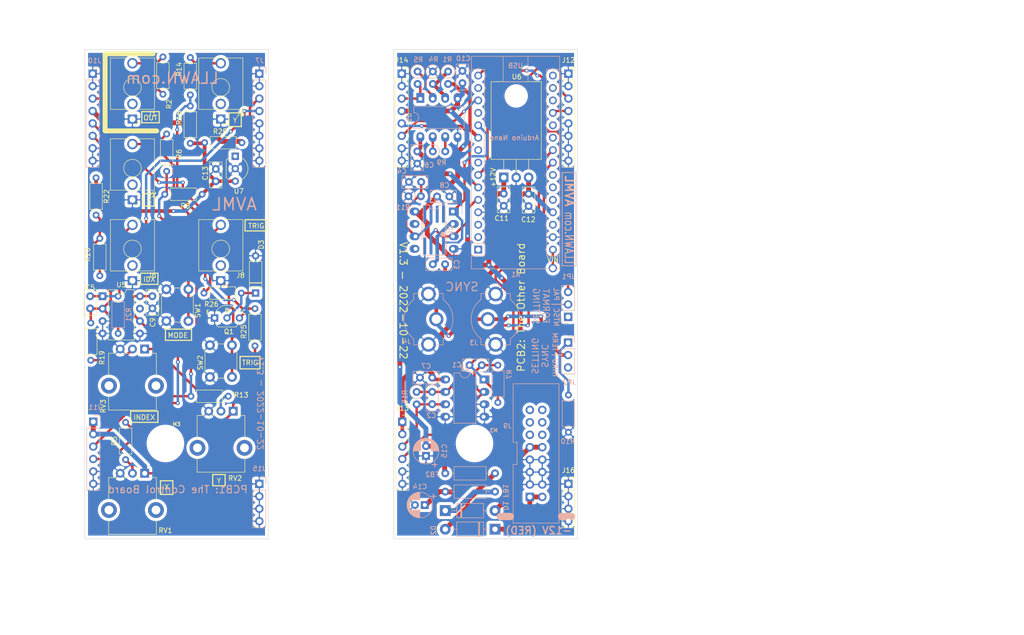
<source format=kicad_pcb>
(kicad_pcb (version 20221018) (generator pcbnew)
  (title_block (title "AVML: PCB1 & PCB2") (date "2022-10-22") (rev "V1.3") (company "LLAWN") (comment 1 "LLAWN.com"))
  (layers (0 "F.Cu" signal) (31 "B.Cu" signal) (34 "B.Paste" user) (35 "F.Paste" user) (36 "B.SilkS" user "B.Silkscreen") (37 "F.SilkS" user "F.Silkscreen") (38 "B.Mask" user) (39 "F.Mask" user) (44 "Edge.Cuts" user))
  (net 0 "")
  (net 1 "Net-(A1-Pad1)")
  (net 2 "Net-(A1-Pad17)")
  (net 3 "Net-(A1-Pad2)")
  (net 4 "Net-(A1-Pad18)")
  (net 5 "Net-(A1-Pad3)")
  (net 6 "/INDEX_CV_BACK")
  (net 7 "GND2")
  (net 8 "Net-(A1-Pad20)")
  (net 9 "/V_SYNC")
  (net 10 "Net-(A1-Pad21)")
  (net 11 "/MODE_SWITCH_BACK")
  (net 12 "/X_CV")
  (net 13 "/TRIGGER_SWITCH_BACK")
  (net 14 "/Y_CV")
  (net 15 "Net-(A1-Pad8)")
  (net 16 "Net-(A1-Pad24)")
  (net 17 "Net-(A1-Pad9)")
  (net 18 "Net-(A1-Pad25)")
  (net 19 "/VIDEO")
  (net 20 "Net-(A1-Pad26)")
  (net 21 "/C_SYNC")
  (net 22 "+5V")
  (net 23 "Net-(A1-Pad12)")
  (net 24 "/TRIGGER_CV_BACK")
  (net 25 "Net-(A1-Pad14)")
  (net 26 "Net-(A1-Pad30)")
  (net 27 "Net-(A1-Pad15)")
  (net 28 "Net-(A1-Pad16)")
  (net 29 "/X_CV_PRE_BACK")
  (net 30 "/Y_CV_PRE_BACK")
  (net 31 "Net-(C3-Pad1)")
  (net 32 "Net-(C3-Pad2)")
  (net 33 "Net-(C4-Pad1)")
  (net 34 "/INDEX_CV_FRONT")
  (net 35 "Net-(C5-Pad2)")
  (net 36 "+12V")
  (net 37 "+5VA")
  (net 38 "GND1")
  (net 39 "-12V")
  (net 40 "-5V")
  (net 41 "Net-(D1-Pad1)")
  (net 42 "Net-(D1-Pad2)")
  (net 43 "Net-(D2-Pad1)")
  (net 44 "Net-(D2-Pad2)")
  (net 45 "Net-(D3-Pad1)")
  (net 46 "Net-(J1-PadTN)")
  (net 47 "Net-(J1-PadT)")
  (net 48 "Net-(J2-PadTN)")
  (net 49 "Net-(J2-PadT)")
  (net 50 "Net-(J5-PadTN)")
  (net 51 "Net-(J5-PadT)")
  (net 52 "Net-(J6-PadTN)")
  (net 53 "Net-(J6-PadT)")
  (net 54 "/TRIGGER_SWITCH_FRONT")
  (net 55 "Net-(J8-PadTN)")
  (net 56 "Net-(J8-PadT)")
  (net 57 "Net-(J9-Pad11)")
  (net 58 "Net-(J9-Pad13)")
  (net 59 "Net-(J9-Pad15)")
  (net 60 "/VIDEO_OUT_POST_FRONT")
  (net 61 "VEE")
  (net 62 "/MODE_SWITCH_FRONT")
  (net 63 "/TRIGGER_CV_FRONT")
  (net 64 "/Y_CV_PRE_FRONT")
  (net 65 "/X_CV_PRE_FRONT")
  (net 66 "/VIDEO_OUT_POST_BACK")
  (net 67 "Net-(JP1-Pad1)")
  (net 68 "Net-(JP2-Pad1)")
  (net 69 "Net-(JP2-Pad3)")
  (net 70 "Net-(R1-Pad1)")
  (net 71 "Net-(R3-Pad2)")
  (net 72 "Net-(R5-Pad1)")
  (net 73 "Net-(R9-Pad1)")
  (net 74 "Net-(R9-Pad2)")
  (net 75 "Net-(R13-Pad2)")
  (net 76 "Net-(R19-Pad2)")
  (net 77 "Net-(U3-Pad5)")
  (net 78 "Net-(U3-Pad7)")
  (net 79 "Net-(U5-Pad7)")
  (net 80 "Net-(U4-Pad7)")
  (net 81 "Net-(U4-Pad5)")
  (net 82 "Net-(J9-Pad16)")
  (net 83 "Net-(J9-Pad14)")
  (net 84 "Net-(J9-Pad12)")
  (net 85 "Net-(A1-Pad28)")
  (footprint "jwm_kicad_footprints_misc:R_Axial_P7.62mm_Horizontal_LZX" (layer "F.Cu") (at 39.624 89.154 -90)
    (fp_text reference "R19")
    (fp_text value "100K")
  )
  (footprint "jwm_kicad_footprints_misc:R_Axial_P7.62mm_Horizontal_LZX" (layer "F.Cu") (at 60.071 104.14)
    (fp_text reference "R13")
    (fp_text value "100K")
  )
  (footprint "jwm_kicad_footprints_misc:R_Axial_P7.62mm_Horizontal_LZX" (layer "F.Cu") (at 70.358 83.058 180)
    (fp_text reference "R26")
    (fp_text value "100K")
  )
  (footprint "jwm_kicad_footprints_misc:R_Axial_P7.62mm_Horizontal_LZX" (layer "F.Cu") (at 73.152 86.233 -90)
    (fp_text reference "R25")
    (fp_text value "10K")
  )
  (footprint "jwm_kicad_footprints_misc:R_Axial_P7.62mm_Horizontal_LZX" (layer "F.Cu") (at 46.736 109.474 -90)
    (fp_text reference "R3")
    (fp_text value "100K")
  )
  (footprint "jwm_kicad_footprints_misc:R_Axial_P7.62mm_Horizontal_LZX" (layer "F.Cu") (at 40.7035 59.4995 -90)
    (fp_text reference "R22")
    (fp_text value "100K")
  )
  (footprint "jwm_kicad_footprints_misc:R_Axial_P7.62mm_Horizontal_LZX" (layer "F.Cu") (at 54.737 62.865)
    (fp_text reference "R8")
    (fp_text value "100K")
  )
  (footprint "jwm_kicad_footprints_misc:R_Axial_P7.62mm_Horizontal_LZX" (layer "F.Cu") (at 55.118 58.166 90)
    (fp_text reference "R6")
    (fp_text value "100K")
  )
  (footprint "jwm_kicad_footprints_misc:R_Axial_P7.62mm_Horizontal_LZX" (layer "F.Cu") (at 70.485 52.324 180)
    (fp_text reference "R28")
    (fp_text value "10K")
  )
  (footprint "jwm_kicad_footprints_misc:R_Axial_P7.62mm_Horizontal_LZX" (layer "F.Cu") (at 59.944 42.545 90)
    (fp_text reference "R14")
    (fp_text value "100K")
  )
  (footprint "jwm_kicad_footprints_misc:R_Axial_P7.62mm_Horizontal_LZX" (layer "F.Cu") (at 59.944 44.831 -90)
    (fp_text reference "R16")
    (fp_text value "100K")
  )
  (footprint "jwm_kicad_footprints_misc:R_Axial_P7.62mm_Horizontal_LZX" (layer "F.Cu") (at 54.356 34.798 -90)
    (fp_text reference "R2")
    (fp_text value "499R")
  )
  (footprint "jwm_kicad_footprints_misc:C_Disc_D5.0mm_W2.5mm_P2.50mm_LZX" (layer "F.Cu") (at 39.497 83.693 -90)
    (fp_text reference "C5")
    (fp_text value "10nf" hide)
  )
  (footprint "jwm_kicad_footprints_misc:D_P7.62mm_Horizontal_LZX" (layer "F.Cu") (at 73.279 83.058 90)
    (fp_text reference "D3")
    (fp_text value "1N4148" hide)
  )
  (footprint "Package_TO_SOT_THT:TO-92_Inline_Wide" (layer "F.Cu") (at 69.127 55.103 -90)
    (fp_text reference "U7")
    (fp_text value "LM4040LP-5")
  )
  (footprint "Package_DIP:DIP-8_W7.62mm" (layer "F.Cu") (at 42.037 83.693)
    (fp_text reference "U5")
    (fp_text value "MCP6002-xP")
  )
  (footprint "Button_Switch_THT:SW_PUSH_6mm_H7.3mm" (layer "F.Cu") (at 63.953 100.203 90)
    (fp_text reference "SW2")
    (fp_text value "Button_Trigger")
  )
  (footprint "Button_Switch_THT:SW_PUSH_6mm_H7.3mm" (layer "F.Cu") (at 55.063 88.773 90)
    (fp_text reference "SW1")
    (fp_text value "Button_Mode")
  )
  (footprint "Potentiometer_THT:Potentiometer_Alpha_RD901F-40-00D_Single_Vertical_CircularHoles" (layer "F.Cu") (at 50.633 94.488 -90)
    (fp_text reference "RV3")
    (fp_text value "B10K (INDEX)")
  )
  (footprint "Potentiometer_THT:Potentiometer_Alpha_RD901F-40-00D_Single_Vertical_CircularHoles" (layer "F.Cu") (at 68.707 107.188 -90)
    (fp_text reference "RV2")
    (fp_text value "B10K (Y)")
  )
  (footprint "Potentiometer_THT:Potentiometer_Alpha_RD901F-40-00D_Single_Vertical_CircularHoles" (layer "F.Cu") (at 50.633 119.888 -90)
    (fp_text reference "RV1")
    (fp_text value "B10K (X)")
  )
  (footprint "Package_TO_SOT_THT:TO-92_Inline_Wide" (layer "F.Cu") (at 64.897 88.138)
    (fp_text reference "Q1")
    (fp_text value "2N3904")
  )
  (footprint "jwm_kicad_footprints_misc:Jack_3.5mm_QingPu_WQP-PJ398SM_Vertical_CircularHoles_With3DModel" (layer "F.Cu") (at 66.167 80.518 180)
    (fp_text reference "J8")
    (fp_text value "Jack_Trigger")
  )
  (footprint "jwm_kicad_footprints_misc:Jack_3.5mm_QingPu_WQP-PJ398SM_Vertical_CircularHoles_With3DModel" (layer "F.Cu") (at 48.133 80.518 180)
    (fp_text reference "J6")
    (fp_text value "Jack_Index_CV")
  )
  (footprint "jwm_kicad_footprints_misc:Jack_3.5mm_QingPu_WQP-PJ398SM_Vertical_CircularHoles_With3DModel" (layer "F.Cu") (at 66.167 47.498 180)
    (fp_text reference "J5")
    (fp_text value "Jack_Y_CV")
  )
  (footprint "jwm_kicad_footprints_misc:Jack_3.5mm_QingPu_WQP-PJ398SM_Vertical_CircularHoles_With3DModel" (layer "F.Cu") (at 48.133 64.008 180)
    (fp_text reference "J2")
    (fp_text value "Jack_X_CV")
  )
  (footprint "jwm_kicad_footprints_misc:Jack_3.5mm_QingPu_WQP-PJ398SM_Vertical_CircularHoles_With3DModel" (layer "F.Cu") (at 48.133 47.498 180)
    (fp_text reference "J1")
    (fp_text value "Video_Output")
  )
  (footprint "jwm_kicad_footprints_misc:C_Disc_D5.0mm_W2.5mm_P2.50mm_LZX" (layer "F.Cu") (at 65.151 60.198 90)
    (fp_text reference "C13")
    (fp_text value "470nF" hide)
  )
  (footprint "jwm_kicad_footprints_misc:C_Disc_D5.0mm_W2.5mm_P2.50mm_LZX" (layer "F.Cu") (at 52.197 83.693 -90)
    (fp_text reference "C9")
    (fp_text value "100nF" hide)
  )
  (footprint "MountingHole:MountingHole_3.2mm_M3" (layer "F.Cu") (at 54.864 113.792)
    (fp_text reference "H1" hide)
    (fp_text value "MountingHole")
  )
  (footprint "Connector_PinSocket_2.54mm:PinSocket_1x08_P2.54mm_Vertical" (layer "F.Cu") (at 103.11638 38.227)
    (fp_text reference "J14")
    (fp_text value "Back_Conn_1")
  )
  (footprint "Connector_PinSocket_2.54mm:PinSocket_1x04_P2.54mm_Vertical" (layer "F.Cu") (at 137.15238 122.047)
    (fp_text reference "J16")
    (fp_text value "Back_Conn_4")
  )
  (footprint "Connector_Wire:SolderWire-0.5sqmm_1x01_D0.9mm_OD2.1mm" (layer "F.Cu") (at 133.97738 77.978)
    (fp_text reference "J17" hide)
    (fp_text value "VIN")
  )
  (footprint "Connector_PinSocket_2.54mm:PinSocket_1x06_P2.54mm_Vertical" (layer "F.Cu") (at 103.24338 109.347)
    (fp_text reference "J13")
    (fp_text value "Back_Conn_3")
  )
  (footprint "Connector_PinSocket_2.54mm:PinSocket_1x08_P2.54mm_Vertical" (layer "F.Cu") (at 137.15238 38.227)
    (fp_text reference "J12")
    (fp_text value "Back_Conn_2")
  )
  (footprint "jwm_kicad_footprints_misc:C_Disc_D5.0mm_W2.5mm_P2.50mm_LZX" (layer "F.Cu") (at 123.94438 62.738 -90)
    (fp_text reference "C11")
    (fp_text value "330nF" hide)
  )
  (footprint "jwm_kicad_footprints_misc:C_Disc_D5.0mm_W2.5mm_P2.50mm_LZX" (layer "F.Cu") (at 129.02438 62.778 -90)
    (fp_text reference "C12")
    (fp_text value "100nF" hide)
  )
  (footprint "Package_TO_SOT_THT:TO-220-3_Horizontal_TabDown" (layer "F.Cu") (at 123.95038 59.436)
    (fp_text reference "U6")
    (fp_text value "L7805")
  )
  (footprint "jwm_kicad_footprints_misc:R_Axial_P7.62mm_Horizontal_LZX" (layer "F.Cu") (at 41.4655 71.882 -90)
    (fp_text reference "R20")
    (fp_text value "100K" hide)
  )
  (footprint "Connector_PinHeader_2.54mm:PinHeader_1x04_P2.54mm_Vertical" (layer "B.Cu") (at 74.041 122.047 180)
    (fp_text reference "J15")
    (fp_text value "Front_Conn_4")
  )
  (footprint "Connector_PinHeader_2.54mm:PinHeader_1x08_P2.54mm_Vertical" (layer "B.Cu") (at 74.041 38.227 180)
    (fp_text reference "J7")
    (fp_text value "Front_Conn_2")
  )
  (footprint "Connector_PinHeader_2.54mm:PinHeader_1x08_P2.54mm_Vertical" (layer "B.Cu") (at 40.005 38.227 180)
    (fp_text reference "J10")
    (fp_text value "Front_Conn_1")
  )
  (footprint "Connector_PinHeader_2.54mm:PinHeader_1x06_P2.54mm_Vertical" (layer "B.Cu") (at 40.132 109.347 180)
    (fp_text reference "J11")
    (fp_text value "Front_Conn_3")
  )
  (footprint "jwm_kicad_footprints_misc:R_Axial_P7.62mm_Horizontal_LZX" (layer "B.Cu") (at 45.212 83.693 -90)
    (fp_text reference "R21")
    (fp_text value "100K" hide)
  )
  (footprint "MountingHole:MountingHole_3.2mm_M3" (layer "B.Cu") (at 117.97538 113.792 180)
    (fp_text reference "H2" hide)
    (fp_text value "MountingHole")
  )
  (footprint "jwm_kicad_footprints_misc:C_Disc_D5.0mm_W2.5mm_P2.50mm_LZX" (layer "B.Cu") (at 106.29138 54.102 -90)
    (fp_text reference "C6")
    (fp_text value "100nF" hide)
  )
  (footprint "Resistor_THT:R_Axial_DIN0207_L6.3mm_D2.5mm_P10.16mm_Horizontal" (layer "B.Cu") (at 112.00638 119.888)
    (fp_text reference "FB2")
    (fp_text value "68R")
  )
  (footprint "Resistor_THT:R_Axial_DIN0207_L6.3mm_D2.5mm_P10.16mm_Horizontal" (layer "B.Cu") (at 112.00638 123.6345)
    (fp_text reference "FB1")
    (fp_text value "68R")
  )
  (footprint "jwm_kicad_footprints_misc:Arduino_Nano_WithMFHeadersAnd3DModel" (layer "B.Cu") (at 118.73738 74.168)
    (fp_text reference "A1")
    (fp_text value "Arduino_Nano_v3.x")
  )
  (footprint "Diode_THT:D_DO-41_SOD81_P10.16mm_Horizontal" (layer "B.Cu") (at 122.16638 131.318 180)
    (fp_text reference "D2")
    (fp_text value "1N4001")
  )
  (footprint "Diode_THT:D_DO-41_SOD81_P10.16mm_Horizontal" (layer "B.Cu") (at 112.00638 127.508)
    (fp_text reference "D1")
    (fp_text value "1N4001")
  )
  (footprint "Resistor_THT:R_Axial_DIN0207_L6.3mm_D2.5mm_P2.54mm_Vertical" (layer "B.Cu") (at 104.4956 63.2714)
    (fp_text reference "R11")
    (fp_text value "680K")
  )
  (footprint "jwm_kicad_footprints_misc:DIP-8_W7.62mm_MediumOffsetPads" (layer "B.Cu") (at 113.55578 66.3956 180)
    (fp_text reference "U3")
    (fp_text value "LM1881")
  )
  (footprint "jwm_kicad_footprints_misc:C_Disc_D5.0mm_W2.5mm_P2.50mm_LZX" (layer "B.Cu") (at 107.0864 60.3504 180)
    (fp_text reference "C4")
    (fp_text value "100nF" hide)
  )
  (footprint "jwm_kicad_footprints_misc:RCA-Phono_CUI-Devices_RCJ-02X_Vertical" (layer "B.Cu") (at 122.29338 88.392 -90)
    (fp_text reference "J3")
    (fp_text value "Conn_Coaxial")
  )
  (footprint "Connector_PinHeader_2.54mm:PinHeader_1x03_P2.54mm_Vertical" (layer "B.Cu") (at 137.08888 87.9094)
    (fp_text reference "JP1")
    (fp_text value "pal_jumper")
  )
  (footprint "jwm_kicad_footprints_misc:R_Axial_P7.62mm_Horizontal_LZX" (layer "B.Cu") (at 122.7455 105.41 90)
    (fp_text reference "R7")
    (fp_text value "100K" hide)
  )
  (footprint "jwm_kicad_footprints_misc:C_Disc_D5.0mm_W2.5mm_P2.50mm_LZX" (layer "B.Cu") (at 110.3376 63.3222)
    (fp_text reference "C8")
    (fp_text value "100nF" hide)
  )
  (footprint "Resistor_THT:R_Axial_DIN0207_L6.3mm_D2.5mm_P2.54mm_Vertical" (layer "B.Cu") (at 109.46638 54.102)
    (fp_text reference "R9")
    (fp_text value "1K")
  )
  (footprint "jwm_kicad_footprints_misc:C_Disc_D5.0mm_W2.5mm_P2.50mm_LZX" (layer "B.Cu") (at 111.974 77.1652 180)
    (fp_text reference "C3")
    (fp_text value "100nF" hide)
  )
  (footprint "jwm_kicad_footprints_misc:DIP-8_W7.62mm_MediumOffsetPads" (layer "B.Cu") (at 119.81688 100.711 180)
    (fp_text reference "U2")
    (fp_text value "MCP6002-xP")
  )
  (footprint "Resistor_THT:R_Axial_DIN0207_L6.3mm_D2.5mm_P2.54mm_Vertical" (layer "B.Cu") (at 109.474 37.7825 -90)
    (fp_text reference "R4")
    (fp_text value "1K")
  )
  (footprint "Resistor_THT:R_Axial_DIN0207_L6.3mm_D2.5mm_P2.54mm_Vertical" (layer "B.Cu") (at 106.3625 37.7825 -90)
    (fp_text reference "R5")
    (fp_text value "1K")
  )
  (footprint "jwm_kicad_footprints_misc:DIP-8_W7.62mm_MediumOffsetPads" (layer "B.Cu") (at 106.91138 43.362 -90)
    (fp_text reference "U1")
    (fp_text value "LM6172")
  )
  (footprint "jwm_kicad_footprints_misc:CP_Radial_D5.0mm_P2.00mm_BiggerPlusSign" (layer "B.Cu") (at 107.81538 126.365 180)
    (fp_text reference "C14")
    (fp_text value "10uF 25V")
  )
  (footprint "jwm_kicad_footprints_misc:CP_Radial_D5.0mm_P2.00mm_BiggerPlusSign" (layer "B.Cu") (at 108.06938 116.332 90)
    (fp_text reference "C15")
    (fp_text value "10uF 25V")
  )
  (footprint "jwm_kicad_footprints_misc:C_Disc_D5.0mm_W2.5mm_P2.50mm_LZX" (layer "B.Cu") (at 115.5065 37.6555 -90)
    (fp_text reference "C10")
    (fp_text value "100nF" hide)
  )
  (footprint "Resistor_THT:R_Axial_DIN0207_L6.3mm_D2.5mm_P2.54mm_Vertical" (layer "B.Cu") (at 112.5855 37.7825 -90)
    (fp_text reference "R1")
    (fp_text value "3.92K")
  )
  (footprint "jwm_kicad_footprints_misc:RCA-Phono_CUI-Devices_RCJ-02X_Vertical" (layer "B.Cu") (at 108.57738 88.392 90)
    (fp_text reference "J4")
    (fp_text value "Conn_Coaxial")
  )
  (footprint "jwm_kicad_footprints_misc:C_Disc_D5.0mm_W2.5mm_P2.50mm_LZX" (layer "B.Cu") (at 116.95938 97.79)
    (fp_text reference "C1")
    (fp_text value "10nf" hide)
  )
  (footprint "jwm_kicad_footprints_misc:R_Axial_P7.62mm_Horizontal_LZX" (layer "B.Cu") (at 137.16 111.506 90)
    (fp_text reference "R10")
    (fp_text value "75R" hide)
  )
  (footprint "jwm_kicad_footprints_misc:SOIC-8_3.9x4.9mm_P1.27mm_LongPads" (layer "B.Cu") (at 109.728 70.1802 90)
    (fp_text reference "U4")
    (fp_text value "LM1881")
  )
  (footprint "Connector_PinHeader_2.54mm:PinHeader_1x03_P2.54mm_Vertical" (layer "B.Cu") (at 137.0838 93.18498 180)
    (fp_text reference "JP2")
    (fp_text value "sync_term_jumper")
  )
  (footprint "jwm_kicad_footprints_misc:IDC-Header_2x08_P2.54mm_Vertical_EurorackPower" (layer "B.Cu") (at 129.27838 124.714 180)
    (fp_text reference "J9")
    (fp_text value "Eurorack_Header_LZX_NC-5vCvGate")
  )
  (footprint "Resistor_THT:R_Axial_DIN0207_L6.3mm_D2.5mm_P2.54mm_Vertical" (layer "B.Cu") (at 106.16438 103.251 -90)
    (fp_text reference "R15")
    (fp_text value "100K")
  )
  (footprint "jwm_kicad_footprints_misc:C_Disc_D5.0mm_W2.5mm_P2.50mm_LZX" (layer "B.Cu") (at 109.33938 100.33 180)
    (fp_text reference "C7")
    (fp_text value "100nF" hide)
  )
  (footprint "jwm_kicad_footprints_misc:C_Disc_D5.0mm_W2.5mm_P2.50mm_LZX" (layer "B.Cu") (at 109.33938 103.251 -90)
    (fp_text reference "C2")
    (fp_text value "10nf" hide)
  )
  (gr_line (start 128.89738 39.878) (end 128.89738 34.798) (stroke (width 0.12)) (layer "B.SilkS"))
  (gr_line (start 123.81738 39.878) (end 123.81738 34.798) (stroke (width 0.12)) (layer "B.SilkS"))
  (gr_line (start 128.89738 39.878) (end 123.81738 39.878) (stroke (width 0.12)) (layer "B.SilkS"))
  (gr_line (start 136.017 85.344) (end 133.731 85.344) (stroke (width 0.16)) (layer "B.SilkS"))
  (gr_line (start 136.017 95.6945) (end 133.731 95.6945) (stroke (width 0.16)) (layer "B.SilkS"))
  (gr_line (start 138.684 77.47) (end 138.684 58.42) (stroke (width 0.16)) (layer "B.SilkS"))
  (gr_line (start 135.89 77.47) (end 138.684 77.47) (stroke (width 0.16)) (layer "B.SilkS"))
  (gr_circle (center 111.5695 71.0565) (end 111.6965 71.12) (stroke (width 0.4)) (fill none) (layer "B.SilkS"))
  (gr_line (start 138.684 58.42) (end 135.89 58.42) (stroke (width 0.16)) (layer "B.SilkS"))
  (gr_line (start 135.89 58.42) (end 135.89 77.47) (stroke (width 0.16)) (layer "B.SilkS"))
  (gr_line (start 42.545 34.163) (end 42.545 49.911) (stroke (width 1)) (layer "F.SilkS"))
  (gr_line (start 42.545 49.911) (end 53.086 49.911) (stroke (width 1)) (layer "F.SilkS"))
  (gr_line (start 52.324 34.163) (end 42.545 34.163) (stroke (width 1)) (layer "F.SilkS"))
  (gr_line (start 74.168 96.012) (end 70.104 96.012) (stroke (width 0.24)) (layer "F.SilkS"))
  (gr_line (start 74.168 98.552) (end 74.168 96.012) (stroke (width 0.24)) (layer "F.SilkS"))
  (gr_line (start 70.104 98.552) (end 74.168 98.552) (stroke (width 0.24)) (layer "F.SilkS"))
  (gr_line (start 70.104 96.012) (end 70.104 98.552) (stroke (width 0.24)) (layer "F.SilkS"))
  (gr_line (start 47.752 109.474) (end 47.752 107.188) (stroke (width 0.24)) (layer "F.SilkS"))
  (gr_line (start 53.34 109.474) (end 47.752 109.474) (stroke (width 0.24)) (layer "F.SilkS"))
  (gr_line (start 53.34 107.188) (end 53.34 109.474) (stroke (width 0.24)) (layer "F.SilkS"))
  (gr_line (start 47.752 107.188) (end 53.34 107.188) (stroke (width 0.24)) (layer "F.SilkS"))
  (gr_line (start 64.516 122.428) (end 64.516 120.142) (stroke (width 0.24)) (layer "F.SilkS"))
  (gr_line (start 67.056 122.428) (end 64.516 122.428) (stroke (width 0.24)) (layer "F.SilkS"))
  (gr_line (start 67.056 120.142) (end 67.056 122.428) (stroke (width 0.24)) (layer "F.SilkS"))
  (gr_line (start 64.516 120.142) (end 67.056 120.142) (stroke (width 0.24)) (layer "F.SilkS"))
  (gr_line (start 56.388 121.412) (end 53.848 121.412) (stroke (width 0.24)) (layer "F.SilkS"))
  (gr_line (start 56.388 124.206) (end 56.388 121.412) (stroke (width 0.24)) (layer "F.SilkS"))
  (gr_line (start 53.848 124.206) (end 56.388 124.206) (stroke (width 0.24)) (layer "F.SilkS"))
  (gr_line (start 53.848 121.412) (end 53.848 124.206) (stroke (width 0.24)) (layer "F.SilkS"))
  (gr_line (start 49.784 81.28) (end 49.784 78.994) (stroke (width 0.24)) (layer "F.SilkS"))
  (gr_line (start 53.34 81.28) (end 49.784 81.28) (stroke (width 0.24)) (layer "F.SilkS"))
  (gr_line (start 53.34 78.994) (end 53.34 81.28) (stroke (width 0.24)) (layer "F.SilkS"))
  (gr_line (start 49.784 78.994) (end 53.34 78.994) (stroke (width 0.24)) (layer "F.SilkS"))
  (gr_line (start 54.864 92.71) (end 54.864 90.424) (stroke (width 0.24)) (layer "F.SilkS"))
  (gr_line (start 60.198 92.71) (end 54.864 92.71) (stroke (width 0.24)) (layer "F.SilkS"))
  (gr_line (start 60.198 90.424) (end 60.198 92.71) (stroke (width 0.24)) (layer "F.SilkS"))
  (gr_line (start 54.864 90.424) (end 60.198 90.424) (stroke (width 0.24)) (layer "F.SilkS"))
  (gr_line (start 75.438 68.072) (end 71.12 68.072) (stroke (width 0.24)) (layer "F.SilkS"))
  (gr_line (start 75.438 70.358) (end 75.438 68.072) (stroke (width 0.24)) (layer "F.SilkS"))
  (gr_line (start 71.12 70.358) (end 75.438 70.358) (stroke (width 0.24)) (layer "F.SilkS"))
  (gr_line (start 71.12 68.072) (end 71.12 70.358) (stroke (width 0.24)) (layer "F.SilkS"))
  (gr_line (start 50.292 65.278) (end 50.292 62.738) (stroke (width 0.24)) (layer "F.SilkS"))
  (gr_line (start 52.578 65.278) (end 50.292 65.278) (stroke (width 0.24)) (layer "F.SilkS"))
  (gr_line (start 52.578 62.738) (end 52.578 65.278) (stroke (width 0.24)) (layer "F.SilkS"))
  (gr_line (start 50.292 62.738) (end 52.578 62.738) (stroke (width 0.24)) (layer "F.SilkS"))
  (gr_line (start 67.818 49.022) (end 67.818 46.228) (stroke (width 0.24)) (layer "F.SilkS"))
  (gr_line (start 70.358 49.022) (end 67.818 49.022) (stroke (width 0.24)) (layer "F.SilkS"))
  (gr_line (start 70.358 46.228) (end 70.358 49.022) (stroke (width 0.24)) (layer "F.SilkS"))
  (gr_line (start 67.818 46.228) (end 70.358 46.228) (stroke (width 0.24)) (layer "F.SilkS"))
  (gr_line (start 50.038 48.26) (end 50.038 45.974) (stroke (width 0.24)) (layer "F.SilkS"))
  (gr_line (start 53.594 48.26) (end 50.038 48.26) (stroke (width 0.24)) (layer "F.SilkS"))
  (gr_line (start 53.594 45.974) (end 53.594 48.26) (stroke (width 0.24)) (layer "F.SilkS"))
  (gr_line (start 50.038 45.974) (end 53.594 45.974) (stroke (width 0.24)) (layer "F.SilkS"))
  (gr_line (start 75.882 133.288) (end 75.882 33.288) (stroke (width 0.1)) (layer "Edge.Cuts"))
  (gr_line (start 38.382 133.288) (end 75.882 133.288) (stroke (width 0.1)) (layer "Edge.Cuts"))
  (gr_line (start 38.382 33.288) (end 38.382 133.288) (stroke (width 0.1)) (layer "Edge.Cuts"))
  (gr_line (start 75.882 33.288) (end 38.382 33.288) (stroke (width 0.1)) (layer "Edge.Cuts"))
  (gr_line (start 138.99338 133.288) (end 138.99338 33.288) (stroke (width 0.1)) (layer "Edge.Cuts"))
  (gr_line (start 101.49338 133.288) (end 138.99338 133.288) (stroke (width 0.1)) (layer "Edge.Cuts"))
  (gr_line (start 101.49338 33.288) (end 101.49338 133.288) (stroke (width 0.1)) (layer "Edge.Cuts"))
  (gr_line (start 138.99338 33.288) (end 101.49338 33.288) (stroke (width 0.1)) (layer "Edge.Cuts"))
  (gr_text "V1.3 — 2022-10-22" (at 74.295 105.537 90) (layer "B.SilkS") (effects (font (size 1.2 1.2) (thickness 0.16)) (justify mirror)))
  (gr_text "AVML" (at 68.961 64.897) (layer "B.SilkS") (effects (font (size 2.5 2.5) (thickness 0.3)) (justify mirror)))
  (gr_text "PCB1: The Control Board" (at 57.404 123.19) (layer "B.SilkS") (effects (font (size 1.5 1.5) (thickness 0.2)) (justify mirror)))
  (gr_text "LLAWN.com" (at 56.261 39.116) (layer "B.SilkS") (effects (font (size 2.3 2.3) (thickness 0.3)) (justify mirror)))
  (gr_text "M3" (at 121.92 111.125) (layer "B.SilkS") (effects (font (size 0.75 0.75) (thickness 0.16)) (justify mirror)))
  (gr_text "USB" (at 126.35738 36.576) (layer "B.SilkS") (effects (font (size 1 1) (thickness 0.16)) (justify mirror)))
  (gr_text "SYNC" (at 115.43538 81.788) (layer "B.SilkS") (effects (font (size 1.75 1.75) (thickness 0.2)) (justify mirror)))
  (gr_text "FORMAT\nSETTING" (at 131.572 85.725 -90) (layer "B.SilkS") (effects (font (size 1.25 1.25) (thickness 0.16)) (justify mirror)))
  (gr_text "LLAWN.com" (at 137.287 71.755 270) (layer "B.SilkS") (effects (font (size 1.7 1.3) (thickness 0.2)) (justify mirror)))
  (gr_text "Arduino Nano" (at 126.10338 51.308) (layer "B.SilkS") (effects (font (size 1 1) (thickness 0.16)) (justify mirror)))
  (gr_text "NTSC  PAL" (at 134.67588 85.8774 -90) (layer "B.SilkS") (effects (font (size 1 1) (thickness 0.16)) (justify mirror)))
  (gr_text "AVML" (at 137.3505 62.23 -90) (layer "B.SilkS") (effects (font (size 1.7 1.7) (thickness 0.325)) (justify mirror)))
  (gr_text "THRU  TERM" (at 134.4168 95.72498 -90) (layer "B.SilkS") (effects (font (size 1 1) (thickness 0.16)) (justify mirror)))
  (gr_text "SYNC\nSETTING" (at 131.318 95.885 -90) (layer "B.SilkS") (effects (font (size 1.25 1.25) (thickness 0.16)) (justify mirror)))
  (gr_text "X" (at 55.118 122.682) (layer "F.SilkS") (effects (font (size 1 1) (thickness 0.16))))
  (gr_text "OUT" (at 51.816 47.244) (layer "F.SilkS") (effects (font (size 1 1) (thickness 0.16))))
  (gr_text "TRIG" (at 73.406 69.342) (layer "F.SilkS") (effects (font (size 1 1) (thickness 0.16))))
  (gr_text "TRIG" (at 72.136 97.282) (layer "F.SilkS") (effects (font (size 1 1) (thickness 0.16))))
  (gr_text "X" (at 51.562 64.008) (layer "F.SilkS") (effects (font (size 1 1) (thickness 0.16))))
  (gr_text "Y" (at 69.088 47.752) (layer "F.SilkS") (effects (font (size 1 1) (thickness 0.16))))
  (gr_text "IDX" (at 51.562 80.264) (layer "F.SilkS") (effects (font (size 1 1) (thickness 0.16))))
  (gr_text "INDEX" (at 50.546 108.458) (layer "F.SilkS") (effects (font (size 1 1) (thickness 0.16))))
  (gr_text "Y" (at 65.786 121.412) (layer "F.SilkS") (effects (font (size 1 1) (thickness 0.16))))
  (gr_text "MODE" (at 57.404 91.694) (layer "F.SilkS") (effects (font (size 1 1) (thickness 0.16))))
  (gr_text "VIN" (at 133.97738 76.2) (layer "F.SilkS") (effects (font (size 1 1) (thickness 0.16))))
  (gr_text "+12V" (at 121.78538 59.436 90) (layer "F.SilkS") (effects (font (size 1 1) (thickness 0.16))))
  (gr_text "V1.3 — 2022-10-22" (at 103.4415 84.582 -90) (layer "F.SilkS") (effects (font (size 1.5 1.5) (thickness 0.2))))
  (gr_text "PCB2: The Other Board" (at 127.50038 85.979 90) (layer "F.SilkS") (effects (font (size 1.5 1.5) (thickness 0.2))))
  (gr_text "C" (at 70.866 86.9315) (layer "F.SilkS") (effects (font (size 0.75 0.75) (thickness 0.16))))
  (gr_text "B" (at 67.437 86.5505) (layer "F.SilkS") (effects (font (size 0.75 1) (thickness 0.16))))
  (gr_text "M3" (at 57.15 109.855) (layer "F.SilkS") (effects (font (size 0.75 0.75) (thickness 0.16))))
  (gr_text "E" (at 63.5 86.9315) (layer "F.SilkS") (effects (font (size 0.75 0.75) (thickness 0.16))))
  (segment (start 137.15238 45.847) (end 134.35838 45.847) (width 0.5) (layer "F.Cu") (net 6))
  (segment (start 134.35838 45.847) (end 133.97738 46.228) (width 0.5) (layer "F.Cu") (net 6))
  (segment (start 107.823 72.6552) (end 107.823 73.406) (width 0.25) (layer "B.Cu") (net 7))
  (segment (start 113.32718 74.2442) (end 113.55578 74.0156) (width 0.25) (layer "B.Cu") (net 7))
  (segment (start 111.3536 71.4756) (end 110.0455 70.1675) (width 0.5) (layer "F.Cu") (net 9))
  (segment (start 118.35638 64.008) (end 116.45138 65.913) (width 0.5) (layer "F.Cu") (net 9))
  (segment (start 118.73738 64.008) (end 118.35638 64.008) (width 0.5) (layer "F.Cu") (net 9))
  (segment (start 116.45138 68.58) (end 115.43538 69.596) (width 0.5) (layer "F.Cu") (net 9))
  (segment (start 115.43538 69.596) (end 113.55578 71.4756) (width 0.5) (layer "F.Cu") (net 9))
  (segment (start 116.45138 65.913) (end 116.45138 68.58) (width 0.5) (layer "F.Cu") (net 9))
  (segment (start 113.55578 71.4756) (end 111.3536 71.4756) (width 0.5) (layer "F.Cu") (net 9))
  (via (at 110.0455 70.1675) (size 0.8) (drill 0.4) (layers "F.Cu" "B.Cu") (net 9))
  (segment (start 109.093 71.12) (end 109.093 72.6552) (width 0.5) (layer "B.Cu") (net 9))
  (segment (start 110.0455 70.1675) (end 109.093 71.12) (width 0.5) (layer "B.Cu") (net 9))
  (segment (start 116.95938 59.69) (end 116.95938 52.578) (width 0.5) (layer "F.Cu") (net 11))
  (segment (start 118.73738 61.468) (end 116.95938 59.69) (width 0.5) (layer "F.Cu") (net 11))
  (segment (start 116.19738 49.911) (end 116.19738 51.435) (width 0.5) (layer "F.Cu") (net 11))
  (segment (start 107.18038 48.895) (end 115.18138 48.895) (width 0.5) (layer "F.Cu") (net 11))
  (segment (start 115.18138 48.895) (end 116.19738 49.911) (width 0.5) (layer "F.Cu") (net 11))
  (segment (start 116.19738 51.435) (end 116.95938 52.197) (width 0.5) (layer "F.Cu") (net 11))
  (segment (start 116.95938 52.578) (end 116.95938 52.197) (width 0.5) (layer "F.Cu") (net 11))
  (via (at 107.18038 48.895) (size 0.8) (drill 0.4) (layers "F.Cu" "B.Cu") (net 11))
  (segment (start 107.18038 48.895) (end 103.62438 48.895) (width 0.5) (layer "B.Cu") (net 11))
  (segment (start 128.0795 71.628) (end 128.0795 73.7235) (width 0.5) (layer "F.Cu") (net 12))
  (segment (start 122.301 80.363619) (end 125.9205 83.983119) (width 0.5) (layer "F.Cu") (net 12))
  (segment (start 122.7455 103.63962) (end 119.81688 100.711) (width 0.5) (layer "F.Cu") (net 12))
  (segment (start 131.1275 56.69788) (end 131.1275 68.58) (width 0.5) (layer "F.Cu") (net 12))
  (segment (start 125.9205 83.983119) (end 125.9205 93.599) (width 0.5) (layer "F.Cu") (net 12))
  (segment (start 133.97738 53.848) (end 131.1275 56.69788) (width 0.5) (layer "F.Cu") (net 12))
  (segment (start 122.7455 105.41) (end 122.7455 103.63962) (width 0.5) (layer "F.Cu") (net 12))
  (segment (start 131.1275 68.58) (end 128.0795 71.628) (width 0.5) (layer "F.Cu") (net 12))
  (segment (start 122.301 79.502) (end 122.301 80.363619) (width 0.5) (layer "F.Cu") (net 12))
  (segment (start 123.444 96.0755) (end 118.67388 96.0755) (width 0.5) (layer "F.Cu") (net 12))
  (segment (start 125.9205 93.599) (end 123.444 96.0755) (width 0.5) (layer "F.Cu") (net 12))
  (segment (start 118.67388 96.0755) (end 116.95938 97.79) (width 0.5) (layer "F.Cu") (net 12))
  (segment (start 128.0795 73.7235) (end 122.301 79.502) (width 0.5) (layer "F.Cu") (net 12))
  (segment (start 122.7455 103.63962) (end 122.7455 103.632) (width 0.5) (layer "F.Cu") (net 12))
  (segment (start 119.81688 100.6475) (end 116.95938 97.79) (width 0.5) (layer "B.Cu") (net 12))
  (segment (start 119.81688 100.711) (end 119.81688 100.6475) (width 0.5) (layer "B.Cu") (net 12))
  (segment (start 120.64238 57.023) (end 118.73738 58.928) (width 0.5) (layer "F.Cu") (net 13))
  (segment (start 137.15238 43.307) (end 135.509 41.66362) (width 0.5) (layer "F.Cu") (net 13))
  (segment (start 135.509 37.7825) (end 134.62 36.8935) (width 0.5) (layer "F.Cu") (net 13))
  (segment (start 125.984 39.116) (end 120.64238 44.45762) (width 0.5) (layer "F.Cu") (net 13))
  (segment (start 134.62 36.8935) (end 131.064 36.8935) (width 0.5) (layer "F.Cu") (net 13))
  (segment (start 120.64238 44.45762) (end 120.64238 57.023) (width 0.5) (layer "F.Cu") (net 13))
  (segment (start 128.8415 39.116) (end 125.984 39.116) (width 0.5) (layer "F.Cu") (net 13))
  (segment (start 131.064 36.8935) (end 128.8415 39.116) (width 0.5) (layer "F.Cu") (net 13))
  (segment (start 135.509 41.66362) (end 135.509 37.7825) (width 0.5) (layer "F.Cu") (net 13))
  (segment (start 122.54738 89.662) (end 124.96038 89.662) (width 0.5) (layer "F.Cu") (net 14))
  (segment (start 115.05438 100.3935) (end 115.05438 97.155) (width 0.5) (layer "F.Cu") (net 14))
  (segment (start 112.19688 103.251) (end 115.05438 100.3935) (width 0.5) (layer "F.Cu") (net 14))
  (segment (start 115.05438 97.155) (end 122.54738 89.662) (width 0.5) (layer "F.Cu") (net 14))
  (segment (start 106.16438 103.251) (end 109.33938 103.251) (width 0.5) (layer "F.Cu") (net 14))
  (segment (start 109.33938 103.251) (end 112.26038 103.251) (width 0.5) (layer "F.Cu") (net 14))
  (segment (start 132.1435 58.22188) (end 132.1435 69.19976) (width 0.5) (layer "F.Cu") (net 14))
  (segment (start 133.97738 56.388) (end 132.1435 58.22188) (width 0.5) (layer "F.Cu") (net 14))
  (segment (start 129.02438 72.31888) (end 129.02438 89.47912) (width 0.5) (layer "F.Cu") (net 14))
  (segment (start 132.1435 69.19976) (end 129.02438 72.31888) (width 0.5) (layer "F.Cu") (net 14))
  (segment (start 129.02438 89.47912) (end 128.8415 89.662) (width 0.5) (layer "F.Cu") (net 14))
  (via (at 124.96038 89.662) (size 0.8) (drill 0.4) (layers "F.Cu" "B.Cu") (net 14))
  (via (at 128.8415 89.662) (size 0.8) (drill 0.4) (layers "F.Cu" "B.Cu") (net 14))
  (segment (start 124.96038 89.662) (end 128.8415 89.662) (width 0.5) (layer "B.Cu") (net 14))
  (segment (start 112.5855 40.3225) (end 113.71687 40.3225) (width 0.75) (layer "F.Cu") (net 19))
  (segment (start 114.98136 41.58699) (end 116.07249 41.58699) (width 0.75) (layer "F.Cu") (net 19))
  (segment (start 117.08638 49.657) (end 118.73738 51.308) (width 0.75) (layer "F.Cu") (net 19))
  (segment (start 116.07249 41.58699) (end 117.08638 42.60088) (width 0.75) (layer "F.Cu") (net 19))
  (segment (start 113.71687 40.3225) (end 114.98136 41.58699) (width 0.75) (layer "F.Cu") (net 19))
  (segment (start 117.08638 42.60088) (end 117.08638 49.657) (width 0.75) (layer "F.Cu") (net 19))
  (segment (start 115.94338 64.008) (end 113.55578 66.3956) (width 0.5) (layer "F.Cu") (net 21))
  (segment (start 115.94338 56.388) (end 115.94338 64.008) (width 0.5) (layer "F.Cu") (net 21))
  (via (at 115.94338 56.388) (size 0.8) (drill 0.4) (layers "F.Cu" "B.Cu") (net 21))
  (segment (start 117.233379 55.098001) (end 120.154379 55.098001) (width 0.5) (layer "B.Cu") (net 21))
  (segment (start 120.154379 55.098001) (end 120.51538 54.737) (width 0.5) (layer "B.Cu") (net 21))
  (segment (start 115.94338 56.388) (end 117.233379 55.098001) (width 0.5) (layer "B.Cu") (net 21))
  (segment (start 120.51538 54.737) (end 120.51538 50.546) (width 0.5) (layer "B.Cu") (net 21))
  (segment (start 120.51538 50.546) (end 118.73738 48.768) (width 0.5) (layer "B.Cu") (net 21))
  (segment (start 114.681 72.7202) (end 115.443 71.9582) (width 0.5) (layer "B.Cu") (net 21))
  (segment (start 114.935 67.77482) (end 113.55578 66.3956) (width 0.5) (layer "B.Cu") (net 21))
  (segment (start 115.443 71.9582) (end 115.443 68.28282) (width 0.5) (layer "B.Cu") (net 21))
  (segment (start 114.2746 72.7202) (end 114.681 72.7202) (width 0.375) (layer "B.Cu") (net 21))
  (segment (start 111.698 72.7202) (end 111.633 72.6552) (width 0.5) (layer "B.Cu") (net 21))
  (segment (start 115.443 68.28282) (end 114.935 67.77482) (width 0.5) (layer "B.Cu") (net 21))
  (segment (start 112.5504 72.7202) (end 114.2746 72.7202) (width 0.375) (layer "B.Cu") (net 21))
  (segment (start 112.5504 72.7202) (end 111.698 72.7202) (width 0.5) (layer "B.Cu") (net 21))
  (segment (start 105.91038 98.171) (end 107.94238 98.171) (width 1) (layer "F.Cu") (net 22))
  (segment (start 109.33938 99.568) (end 109.33938 100.457) (width 1) (layer "F.Cu") (net 22))
  (segment (start 103.24338 100.838) (end 105.91038 98.171) (width 1) (layer "F.Cu") (net 22))
  (segment (start 103.24338 109.347) (end 103.24338 100.838) (width 1) (layer "F.Cu") (net 22))
  (segment (start 103.24338 111.887) (end 103.24338 109.347) (width 0.75) (layer "F.Cu") (net 22))
  (segment (start 129.03038 61.436) (end 129.02438 61.442) (width 1) (layer "F.Cu") (net 22))
  (segment (start 129.03038 59.436) (end 129.03038 61.436) (width 1) (layer "F.Cu") (net 22))
  (segment (start 129.02438 61.442) (end 129.02438 62.865) (width 1) (layer "F.Cu") (net 22))
  (segment (start 107.94238 98.171) (end 109.33938 99.568) (width 1) (layer "F.Cu") (net 22))
  (segment (start 113.08969 87.12581) (end 119.5705 80.645) (width 1) (layer "F.Cu") (net 22))
  (segment (start 108.32719 71.007012) (end 108.32719 68.78701) (width 1) (layer "F.Cu") (net 22))
  (segment (start 106.61269 67.07251) (end 105.93578 66.3956) (width 1) (layer "F.Cu") (net 22))
  (segment (start 108.32719 68.78701) (end 106.61269 67.07251) (width 1) (layer "F.Cu") (net 22))
  (segment (start 110.3376 63.3222) (end 106.61269 67.04711) (width 1) (layer "F.Cu") (net 22))
  (segment (start 126.62408 64.04693) (end 127.89301 62.778) (width 1) (layer "F.Cu") (net 22))
  (segment (start 111.27994 91.34856) (end 113.08969 89.53881) (width 1) (layer "F.Cu") (net 22))
  (segment (start 126.62408 73.59142) (end 126.62408 64.04693) (width 1) (layer "F.Cu") (net 22))
  (segment (start 112.19688 100.711) (end 109.72038 100.711) (width 0.75) (layer "F.Cu") (net 22))
  (segment (start 111.27994 94.83344) (end 111.27994 91.34856) (width 1) (layer "F.Cu") (net 22))
  (segment (start 106.61269 67.04711) (end 106.61269 67.07251) (width 1) (layer "F.Cu") (net 22))
  (segment (start 127.89301 62.778) (end 129.02438 62.778) (width 1) (layer "F.Cu") (net 22))
  (segment (start 114.654199 75.728699) (end 113.048877 75.728699) (width 1) (layer "F.Cu") (net 22))
  (segment (start 113.08969 89.53881) (end 113.08969 87.12581) (width 1) (layer "F.Cu") (net 22))
  (segment (start 113.048877 75.728699) (end 108.32719 71.007012) (width 1) (layer "F.Cu") (net 22))
  (segment (start 107.94238 98.171) (end 111.27994 94.83344) (width 1) (layer "F.Cu") (net 22))
  (segment (start 119.5705 80.645) (end 114.654199 75.728699) (width 1) (layer "F.Cu") (net 22))
  (segment (start 119.5705 80.645) (end 126.62408 73.59142) (width 1) (layer "F.Cu") (net 22))
  (segment (start 109.72038 100.711) (end 109.33938 100.33) (width 0.75) (layer "F.Cu") (net 22))
  (segment (start 133.59638 66.548) (end 129.91338 62.865) (width 1) (layer "B.Cu") (net 22))
  (segment (start 129.91338 62.865) (end 129.02438 62.865) (width 1) (layer "B.Cu") (net 22))
  (segment (start 133.97738 66.548) (end 133.59638 66.548) (width 1) (layer "B.Cu") (net 22))
  (segment (start 111.633 67.7052) (end 111.633 66.7302) (width 0.375) (layer "B.Cu") (net 22))
  (segment (start 111.633 64.6176) (end 110.3376 63.3222) (width 0.5) (layer "B.Cu") (net 22))
  (segment (start 111.633 66.9302) (end 111.633 64.6176) (width 0.5) (layer "B.Cu") (net 22))
  (segment (start 106.21518 66.1162) (end 105.93578 66.3956) (width 0.25) (layer "B.Cu") (net 22))
  (segment (start 115.81638 45.974) (end 113.91138 47.879) (width 0.5) (layer "F.Cu") (net 24))
  (segment (start 113.91138 47.879) (end 106.29138 47.879) (width 0.5) (layer "F.Cu") (net 24))
  (segment (start 106.29138 47.879) (end 103.24338 50.927) (width 0.5) (layer "F.Cu") (net 24))
  (via (at 115.81638 45.974) (size 0.8) (drill 0.4) (layers "F.Cu" "B.Cu") (net 24))
  (segment (start 118.10238 43.688) (end 115.81638 45.974) (width 0.5) (layer "B.Cu") (net 24))
  (segment (start 118.73738 43.688) (end 118.10238 43.688) (width 0.5) (layer "B.Cu") (net 24))
  (segment (start 133.97738 77.978) (end 133.97738 74.168) (width 0.5) (layer "F.Cu") (net 26))
  (segment (start 131.3815 38.608) (end 130.81 38.608) (width 0.5) (layer "F.Cu") (net 27))
  (segment (start 137.08888 62.74562) (end 137.08888 59.23788) (width 0.5) (layer "F.Cu") (net 27))
  (segment (start 132.207 39.4335) (end 131.3815 38.608) (width 0.5) (layer "F.Cu") (net 27))
  (segment (start 137.08888 62.74562) (end 137.0965 62.738) (width 0.5) (layer "F.Cu") (net 27))
  (segment (start 128.5875 37.592) (end 119.75338 37.592) (width 0.5) (layer "F.Cu") (net 27))
  (segment (start 135.509 50.7365) (end 134.830499 50.057999) (width 0.5) (layer "F.Cu") (net 27))
  (segment (start 119.75338 37.592) (end 118.73738 38.608) (width 0.5) (layer "F.Cu") (net 27))
  (segment (start 118.73738 38.608) (end 118.745 38.608) (width 0.5) (layer "F.Cu") (net 27))
  (segment (start 137.08888 82.8294) (end 137.08888 62.74562) (width 0.5) (layer "F.Cu") (net 27))
  (segment (start 134.830499 50.057999) (end 133.179499 50.057999) (width 0.375) (layer "F.Cu") (net 27))
  (segment (start 135.509 57.658) (end 135.509 50.7365) (width 0.5) (layer "F.Cu") (net 27))
  (segment (start 137.08888 59.23788) (end 135.509 57.658) (width 0.5) (layer "F.Cu") (net 27))
  (segment (start 132.207 49.0855) (end 132.207 39.4335) (width 0.5) (layer "F.Cu") (net 27))
  (segment (start 133.179499 50.057999) (end 132.207 49.0855) (width 0.5) (layer "F.Cu") (net 27))
  (via (at 128.5875 37.592) (size 0.8) (drill 0.4) (layers "F.Cu" "B.Cu") (net 27))
  (via (at 130.81 38.608) (size 0.8) (drill 0.4) (layers "F.Cu" "B.Cu") (net 27))
  (segment (start 128.5875 37.592) (end 129.794 37.592) (width 0.5) (layer "B.Cu") (net 27))
  (segment (start 129.794 37.592) (end 130.81 38.608) (width 0.5) (layer "B.Cu") (net 27))
  (segment (start 117.97538 99.274) (end 117.97538 101.727) (width 0.5) (layer "F.Cu") (net 29))
  (segment (start 119.45938 97.79) (end 117.97538 99.274) (width 0.5) (layer "F.Cu") (net 29))
  (segment (start 117.97538 102.108) (end 119.11838 103.251) (width 0.5) (layer "F.Cu") (net 29))
  (segment (start 117.97538 101.727) (end 117.97538 102.108) (width 0.5) (layer "F.Cu") (net 29))
  (segment (start 113.65738 109.474) (end 119.75338 103.378) (width 0.5) (layer "F.Cu") (net 29))
  (segment (start 119.11838 103.251) (end 119.75338 103.251) (width 0.5) (layer "F.Cu") (net 29))
  (segment (start 105.27538 114.808) (end 103.24338 116.84) (width 0.5) (layer "F.Cu") (net 29))
  (segment (start 113.65738 109.474) (end 111.11738 112.014) (width 0.5) (layer "F.Cu") (net 29))
  (segment (start 111.11738 112.014) (end 108.06938 112.014) (width 0.5) (layer "F.Cu") (net 29))
  (segment (start 105.27538 114.808) (end 108.06938 112.014) (width 0.5) (layer "F.Cu") (net 29))
  (segment (start 122.7455 97.79) (end 119.45938 97.79) (width 0.5) (layer "F.Cu") (net 29))
  (segment (start 109.33938 105.791) (end 112.26038 105.791) (width 0.5) (layer "F.Cu") (net 30))
  (segment (start 106.16438 105.791) (end 109.33938 105.791) (width 0.5) (layer "F.Cu") (net 30))
  (segment (start 106.16438 111.506) (end 106.16438 105.791) (width 0.5) (layer "F.Cu") (net 30))
  (segment (start 103.24338 114.427) (end 106.16438 111.506) (width 0.5) (layer "F.Cu") (net 30))
  (segment (start 110.17738 86.19002) (end 111.974 84.3934) (width 0.75) (layer "F.Cu") (net 31))
  (segment (start 124.2695 88.392) (end 124.841 87.8205) (width 0.75) (layer "F.Cu") (net 31))
  (segment (start 110.17738 88.392) (end 110.17738 86.19002) (width 0.75) (layer "F.Cu") (net 31))
  (segment (start 112.7125 91.821) (end 116.1415 88.392) (width 0.75) (layer "F.Cu") (net 31))
  (segment (start 135.72998 95.72498) (end 137.0838 95.72498) (width 0.75) (layer "F.Cu") (net 31))
  (segment (start 131.572 87.8205) (end 131.572 91.567) (width 0.75) (layer "F.Cu") (net 31))
  (segment (start 131.572 91.567) (end 135.72998 95.72498) (width 0.75) (layer "F.Cu") (net 31))
  (segment (start 120.69338 88.392) (end 124.2695 88.392) (width 0.75) (layer "F.Cu") (net 31))
  (segment (start 116.1415 88.392) (end 120.69338 88.392) (width 0.75) (layer "F.Cu") (net 31))
  (segment (start 111.974 84.3934) (end 111.974 77.1652) (width 0.75) (layer "F.Cu") (net 31))
  (via (at 112.7125 91.821) (size 0.8) (drill 0.4) (layers "F.Cu" "B.Cu") (net 31))
  (via (at 131.572 87.8205) (size 0.8) (drill 0.4) (layers "F.Cu" "B.Cu") (net 31))
  (via (at 124.841 87.8205) (size 0.8) (drill 0.4) (layers "F.Cu" "B.Cu") (net 31))
  (segment (start 124.841 87.8205) (end 131.572 87.8205) (width 0.75) (layer "B.Cu") (net 31))
  (segment (start 110.17738 88.392) (end 110.17738 89.28588) (width 0.75) (layer "B.Cu") (net 31))
  (segment (start 110.17738 89.28588) (end 112.7125 91.821) (width 0.75) (layer "B.Cu") (net 31))
  (segment (start 110.363 72.6552) (end 110.363 71.5264) (width 0.75) (layer "B.Cu") (net 32))
  (segment (start 112.9538 68.9356) (end 113.55578 68.9356) (width 0.75) (layer "B.Cu") (net 32))
  (segment (start 110.363 76.2762) (end 109.474 77.1652) (width 0.75) (layer "B.Cu") (net 32))
  (segment (start 110.363 72.6552) (end 110.363 76.2762) (width 0.75) (layer "B.Cu") (net 32))
  (segment (start 110.363 71.5264) (end 112.9538 68.9356) (width 0.75) (layer "B.Cu") (net 32))
  (segment (start 107.0864 63.2206) (end 107.0356 63.2714) (width 0.5) (layer "F.Cu") (net 33))
  (segment (start 107.0864 60.3504) (end 107.0864 63.2206) (width 0.5) (layer "F.Cu") (net 33))
  (segment (start 104.013 69.55282) (end 104.013 65.786) (width 0.5) (layer "F.Cu") (net 33))
  (segment (start 104.013 65.786) (end 106.5276 63.2714) (width 0.5) (layer "F.Cu") (net 33))
  (segment (start 105.93578 71.4756) (end 104.013 69.55282) (width 0.5) (layer "F.Cu") (net 33))
  (segment (start 106.5276 63.2714) (end 107.0356 63.2714) (width 0.5) (layer "F.Cu") (net 33))
  (segment (start 106.426 71.4756) (end 105.93578 71.4756) (width 0.5) (layer "B.Cu") (net 33))
  (segment (start 109.093 68.8086) (end 106.426 71.4756) (width 0.5) (layer "B.Cu") (net 33))
  (segment (start 109.093 67.7052) (end 109.093 68.8086) (width 0.5) (layer "B.Cu") (net 33))
  (segment (start 42.037 83.693) (end 39.497 83.693) (width 0.5) (layer "F.Cu") (net 34))
  (segment (start 70.993 47.244) (end 70.993 45.847) (width 0.5) (layer "F.Cu") (net 34))
  (segment (start 68.199 50.038) (end 70.993 47.244) (width 0.5) (layer "F.Cu") (net 34))
  (segment (start 49.022 71.501) (end 47.244 71.501) (width 0.5) (layer "F.Cu") (net 34))
  (segment (start 50.927 69.596) (end 49.022 71.501) (width 0.5) (layer "F.Cu") (net 34))
  (segment (start 47.244 71.501) (end 45.466 73.279) (width 0.5) (layer "F.Cu") (net 34))
  (segment (start 50.927 67.818) (end 50.927 69.596) (width 0.5) (layer "F.Cu") (net 34))
  (segment (start 45.466 83.439) (end 45.212 83.693) (width 0.5) (layer "F.Cu") (net 34))
  (segment (start 45.466 73.279) (end 45.466 83.439) (width 0.5) (layer "F.Cu") (net 34))
  (via (at 50.927 67.818) (size 0.8) (drill 0.4) (layers "F.Cu" "B.Cu") (net 34))
  (via (at 68.199 50.038) (size 0.8) (drill 0.4) (layers "F.Cu" "B.Cu") (net 34))
  (via (at 70.993 45.847) (size 0.8) (drill 0.4) (layers "F.Cu" "B.Cu") (net 34))
  (segment (start 45.212 83.693) (end 42.037 83.693) (width 0.5) (layer "B.Cu") (net 34))
  (segment (start 70.993 45.847) (end 74.041 45.847) (width 0.5) (layer "B.Cu") (net 34))
  (segment (start 62.23 56.007) (end 62.738 55.499) (width 0.5) (layer "B.Cu") (net 34))
  (segment (start 62.738 55.499) (end 68.199 50.038) (width 0.5) (layer "B.Cu") (net 34))
  (segment (start 53.848 56.007) (end 62.23 56.007) (width 0.5) (layer "B.Cu") (net 34))
  (segment (start 50.927 58.928) (end 53.848 56.007) (width 0.5) (layer "B.Cu") (net 34))
  (segment (start 50.927 67.818) (end 50.927 58.928) (width 0.5) (layer "B.Cu") (net 34))
  (segment (start 41.91 86.233) (end 39.497 86.233) (width 0.5) (layer "F.Cu") (net 35))
  (segment (start 39.497 86.233) (end 39.624 86.36) (width 0.5) (layer "F.Cu") (net 35))
  (segment (start 39.624 86.36) (end 39.624 89.154) (width 0.5) (layer "F.Cu") (net 35))
  (segment (start 43.688 82.804) (end 42.799 81.915) (width 0.5) (layer "F.Cu") (net 35))
  (segment (start 41.4655 71.882) (end 41.4655 67.8815) (width 0.5) (layer "F.Cu") (net 35))
  (segment (start 42.037 86.233) (end 43.688 84.582) (width 0.5) (layer "F.Cu") (net 35))
  (segment (start 43.688 84.582) (end 43.688 82.804) (width 0.5) (layer "F.Cu") (net 35))
  (segment (start 45.212 89.408) (end 42.037 86.233) (width 0.5) (layer "F.Cu") (net 35))
  (segment (start 41.4655 67.8815) (end 40.7035 67.1195) (width 0.5) (layer "F.Cu") (net 35))
  (segment (start 45.212 91.313) (end 45.212 89.408) (width 0.5) (layer "F.Cu") (net 35))
  (segment (start 42.799 81.915) (end 41.3385 81.915) (width 0.5) (layer "F.Cu") (net 35))
  (segment (start 39.751 73.5965) (end 41.4655 71.882) (width 0.5) (layer "F.Cu") (net 35))
  (segment (start 39.751 80.3275) (end 39.751 73.5965) (width 0.5) (layer "F.Cu") (net 35))
  (segment (start 41.3385 81.915) (end 39.751 80.3275) (width 0.5) (layer "F.Cu") (net 35))
  (segment (start 116.57838 75.057) (end 118.86438 77.343) (width 1) (layer "F.Cu") (net 36))
  (segment (start 123.94438 62.738) (end 122.81301 62.738) (width 1) (layer "F.Cu") (net 36))
  (segment (start 118.86438 77.343) (end 120.89638 77.343) (width 1) (layer "F.Cu") (net 36))
  (segment (start 110.99038 58.674) (end 106.41838 54.102) (width 1) (layer "F.Cu") (net 36))
  (segment (start 122.81301 62.738) (end 120.89638 64.65463) (width 1) (layer "F.Cu") (net 36))
  (segment (start 120.89638 64.65463) (end 120.89638 76.777315) (width 1) (layer "F.Cu") (net 36))
  (segment (start 112.00638 123.6345) (end 110.79988 123.6345) (width 1) (layer "F.Cu") (net 36))
  (segment (start 120.89638 76.777315) (end 120.89638 77.343) (width 1) (layer "F.Cu") (net 36))
  (segment (start 113.02238 58.674) (end 110.99038 58.674) (width 1) (layer "F.Cu") (net 36))
  (segment (start 110.79988 123.6345) (end 107.94238 126.492) (width 1) (layer "F.Cu") (net 36))
  (segment (start 123.95038 62.732) (end 123.94438 62.738) (width 1) (layer "F.Cu") (net 36))
  (segment (start 123.95038 59.436) (end 123.95038 62.732) (width 1) (layer "F.Cu") (net 36))
  (segment (start 106.91138 50.982) (end 106.91138 53.482) (width 0.75) (layer "F.Cu") (net 36))
  (segment (start 106.91138 53.482) (end 106.29138 54.102) (width 0.75) (layer "F.Cu") (net 36))
  (segment (start 116.57838 71.374) (end 116.57838 75.057) (width 1) (layer "F.Cu") (net 36))
  (segment (start 127.3175 83.79714) (end 126.48438 82.96402) (width 1) (layer "F.Cu") (net 36))
  (segment (start 126.48438 105.54462) (end 127.3175 104.7115) (width 1) (layer "F.Cu") (net 36))
  (segment (start 115.469382 123.698) (end 126.48438 112.683002) (width 1) (layer "F.Cu") (net 36))
  (segment (start 126.48438 82.96402) (end 123.51258 79.99222) (width 1) (layer "F.Cu") (net 36))
  (segment (start 127.3175 104.7115) (end 127.3175 83.79714) (width 1) (layer "F.Cu") (net 36))
  (segment (start 112.03178 123.698) (end 115.469382 123.698) (width 1) (layer "F.Cu") (net 36))
  (segment (start 126.48438 112.683002) (end 126.48438 105.54462) (width 1) (layer "F.Cu") (net 36))
  (via (at 113.02238 58.674) (size 0.8) (drill 0.4) (layers "F.Cu" "B.Cu") (net 36))
  (via (at 116.57838 71.374) (size 0.8) (drill 0.4) (layers "F.Cu" "B.Cu") (net 36))
  (via (at 120.89638 77.343) (size 0.8) (drill 0.4) (layers "F.Cu" "B.Cu") (net 36))
  (via (at 123.51258 79.99222) (size 0.8) (drill 0.4) (layers "F.Cu" "B.Cu") (net 36))
  (segment (start 116.57838 62.23) (end 113.02238 58.674) (width 1) (layer "B.Cu") (net 36))
  (segment (start 116.57838 71.374) (end 116.57838 62.23) (width 1) (layer "B.Cu") (net 36))
  (segment (start 120.89638 77.343) (end 120.89638 77.37602) (width 1) (layer "B.Cu") (net 36))
  (segment (start 120.89638 77.37602) (end 123.51258 79.99222) (width 1) (layer "B.Cu") (net 36))
  (segment (start 73.152 101.343) (end 73.152 94.842949) (width 0.5) (layer "F.Cu") (net 37))
  (segment (start 68.707 105.788) (end 73.152 101.343) (width 0.5) (layer "F.Cu") (net 37))
  (segment (start 68.707 107.188) (end 68.707 105.788) (width 0.5) (layer "F.Cu") (net 37))
  (segment (start 73.152 94.842949) (end 73.152 93.853) (width 0.5) (layer "F.Cu") (net 37))
  (segment (start 52.197 83.693) (end 49.657 83.693) (width 0.5) (layer "F.Cu") (net 37))
  (segment (start 48.52563 83.693) (end 48.006 84.21263) (width 0.5) (layer "F.Cu") (net 37))
  (segment (start 49.657 83.693) (end 48.52563 83.693) (width 0.5) (layer "F.Cu") (net 37))
  (segment (start 48.006 84.21263) (end 48.006 87.122) (width 0.5) (layer "F.Cu") (net 37))
  (segment (start 48.006 87.122) (end 49.657 88.773) (width 0.5) (layer "F.Cu") (net 37))
  (segment (start 61.685 103.214) (end 52.959 94.488) (width 0.5) (layer "F.Cu") (net 37))
  (segment (start 52.959 94.488) (end 50.673 94.488) (width 0.5) (layer "F.Cu") (net 37))
  (segment (start 50.456999 89.572999) (end 49.657 88.773) (width 0.5) (layer "F.Cu") (net 37))
  (segment (start 52.959 92.075) (end 50.456999 89.572999) (width 0.5) (layer "F.Cu") (net 37))
  (segment (start 52.959 94.488) (end 52.959 92.075) (width 0.5) (layer "F.Cu") (net 37))
  (segment (start 40.132 111.887) (end 40.132 109.347) (width 1) (layer "F.Cu") (net 37))
  (segment (start 50.633 119.888) (end 59.944 119.888) (width 0.5) (layer "F.Cu") (net 37))
  (segment (start 59.944 119.888) (end 64.77 115.062) (width 0.5) (layer "F.Cu") (net 37))
  (segment (start 61.685 108.167) (end 64.77 111.252) (width 0.5) (layer "F.Cu") (net 37))
  (segment (start 61.685 103.214) (end 61.685 108.167) (width 0.5) (layer "F.Cu") (net 37))
  (segment (start 64.77 115.062) (end 64.77 111.252) (width 0.5) (layer "F.Cu") (net 37))
  (segment (start 64.77 111.252) (end 68.834 107.188) (width 0.5) (layer "F.Cu") (net 37))
  (segment (start 50.633 118.488) (end 44.032 111.887) (width 1) (layer "B.Cu") (net 37))
  (segment (start 50.633 119.888) (end 50.633 118.488) (width 1) (layer "B.Cu") (net 37))
  (segment (start 44.032 111.887) (end 40.005 111.887) (width 1) (layer "B.Cu") (net 37))
  (segment (start 103.11638 45.847) (end 113.17775 45.847) (width 1) (layer "F.Cu") (net 39))
  (segment (start 114.53138 44.49337) (end 114.53138 43.362) (width 1) (layer "F.Cu") (net 39))
  (segment (start 113.17775 45.847) (end 114.53138 44.49337) (width 1) (layer "F.Cu") (net 39))
  (segment (start 114.381381 43.269001) (end 114.54638 43.434) (width 1) (layer "F.Cu") (net 39))
  (segment (start 111.87938 117.01063) (end 111.87938 119.888) (width 1) (layer "F.Cu") (net 39))
  (segment (start 109.20075 114.332) (end 111.87938 117.01063) (width 1) (layer "F.Cu") (net 39))
  (segment (start 108.06938 114.332) (end 109.20075 114.332) (width 1) (layer "F.Cu") (net 39))
  (segment (start 114.54638 54.229) (end 115.68938 53.086) (width 1) (layer "F.Cu") (net 39))
  (segment (start 114.54638 59.34202) (end 114.54638 54.229) (width 1) (layer "F.Cu") (net 39))
  (segment (start 103.886 58.547) (end 108.7374 58.547) (width 1) (layer "F.Cu") (net 39))
  (segment (start 102.6922 59.7408) (end 103.886 58.547) (width 1) (layer "F.Cu") (net 39))
  (segment (start 102.73538 98.171) (end 102.73538 80.45958) (width 1) (layer "F.Cu") (net 39))
  (segment (start 108.7374 58.547) (end 111.0996 60.9092) (width 1) (layer "F.Cu") (net 39))
  (segment (start 112.9792 60.9092) (end 114.54638 59.34202) (width 1) (layer "F.Cu") (net 39))
  (segment (start 111.0996 60.9092) (end 112.9792 60.9092) (width 1) (layer "F.Cu") (net 39))
  (segment (start 102.73538 80.45958) (end 102.6922 80.4164) (width 1) (layer "F.Cu") (net 39))
  (segment (start 102.6922 80.4164) (end 102.6922 59.7408) (width 1) (layer "F.Cu") (net 39))
  (via (at 102.73538 98.171) (size 0.8) (drill 0.4) (layers "F.Cu" "B.Cu") (net 39))
  (via (at 113.17775 45.847) (size 0.8) (drill 0.4) (layers "F.Cu" "B.Cu") (net 39))
  (via (at 115.68938 53.086) (size 0.8) (drill 0.4) (layers "F.Cu" "B.Cu") (net 39))
  (segment (start 116.45138 52.324) (end 116.45138 49.12063) (width 1) (layer "B.Cu") (net 39))
  (segment (start 108.06938 110.744) (end 105.122379 107.796999) (width 1) (layer "B.Cu") (net 39))
  (segment (start 116.45138 49.12063) (end 113.17775 45.847) (width 1) (layer "B.Cu") (net 39))
  (segment (start 115.68938 53.086) (end 116.45138 52.324) (width 1) (layer "B.Cu") (net 39))
  (segment (start 108.06938 114.332) (end 108.06938 110.744) (width 1) (layer "B.Cu") (net 39))
  (segment (start 105.122379 107.796999) (end 102.73538 105.41) (width 1) (layer "B.Cu") (net 39))
  (segment (start 102.73538 105.41) (end 102.73538 98.171) (width 1) (layer "B.Cu") (net 39))
  (segment (start 115.5065 42.38688) (end 114.53138 43.362) (width 1) (layer "B.Cu") (net 39))
  (segment (start 115.5065 40.4095) (end 115.5065 42.38688) (width 1) (layer "B.Cu") (net 39))
  (segment (start 69.127 60.183) (end 65.166 60.183) (width 0.75) (layer "F.Cu") (net 40))
  (segment (start 65.166 60.183) (end 65.039 60.183) (width 0.75) (layer "F.Cu") (net 40))
  (segment (start 65.039 60.183) (end 62.357 62.865) (width 0.75) (layer "F.Cu") (net 40))
  (segment (start 62.865 57.912) (end 62.865 52.07) (width 0.75) (layer "F.Cu") (net 40))
  (segment (start 62.865 57.912) (end 65.151 60.198) (width 0.75) (layer "F.Cu") (net 40))
  (segment (start 59.944 52.451) (end 62.611 52.451) (width 0.75) (layer "F.Cu") (net 40))
  (segment (start 62.611 52.451) (end 62.738 52.324) (width 0.75) (layer "F.Cu") (net 40))
  (segment (start 40.7035 60.706) (end 46.2915 66.294) (width 0.75) (layer "F.Cu") (net 40))
  (segment (start 40.7035 59.4995) (end 40.7035 60.706) (width 0.75) (layer "F.Cu") (net 40))
  (segment (start 56.515 66.294) (end 46.2915 66.294) (width 0.75) (layer "F.Cu") (net 40))
  (via (at 56.515 66.294) (size 0.8) (drill 0.4) (layers "F.Cu" "B.Cu") (net 40))
  (segment (start 62.357 62.865) (end 58.928 66.294) (width 0.75) (layer "B.Cu") (net 40))
  (segment (start 58.928 66.294) (end 56.515 66.294) (width 0.75) (layer "B.Cu") (net 40))
  (segment (start 114.10638 127.508) (end 117.91638 123.698) (width 1) (layer "B.Cu") (net 41))
  (segment (start 117.91638 123.698) (end 122.29338 123.698) (width 1) (layer "B.Cu") (net 41))
  (segment (start 112.00638 127.508) (end 114.10638 127.508) (width 1) (layer "B.Cu") (net 41))
  (segment (start 125.59538 124.079) (end 123.266379 126.408001) (width 1) (layer "F.Cu") (net 42))
  (segment (start 129.27838 114.554) (end 125.59538 118.237) (width 1) (layer "F.Cu") (net 42))
  (segment (start 123.266379 126.408001) (end 122.16638 127.508) (width 1) (layer "F.Cu") (net 42))
  (segment (start 125.59538 118.237) (end 125.59538 124.079) (width 1) (layer "F.Cu") (net 42))
  (segment (start 131.81838 114.554) (end 129.27838 114.554) (width 1) (layer "F.Cu") (net 42))
  (segment (start 129.27838 124.714) (end 129.27838 126.5776) (width 1) (layer "F.Cu") (net 43))
  (segment (start 129.27838 124.714) (end 131.94538 124.714) (width 1) (layer "F.Cu") (net 43))
  (segment (start 129.27838 126.5776) (end 124.53798 131.318) (width 1) (layer "F.Cu") (net 43))
  (segment (start 124.53798 131.318) (end 124.26638 131.318) (width 1) (layer "F.Cu") (net 43))
  (segment (start 124.26638 131.318) (end 122.16638 131.318) (width 1) (layer "F.Cu") (net 43))
  (segment (start 122.16638 119.888) (end 116.57838 125.476) (width 1) (layer "F.Cu") (net 44))
  (segment (start 116.57838 125.476) (end 116.57838 126.746) (width 1) (layer "F.Cu") (net 44))
  (segment (start 116.57838 126.746) (end 114.54638 128.778) (width 1) (layer "F.Cu") (net 44))
  (segment (start 112.00638 131.318) (end 114.54638 128.778) (width 1) (layer "F.Cu") (net 44))
  (segment (start 73.279 83.058) (end 70.358 83.058) (width 0.5) (layer "F.Cu") (net 45))
  (segment (start 70.358 83.058) (end 70.358 85.217) (width 0.5) (layer "B.Cu") (net 45))
  (segment (start 70.358 85.217) (end 67.437 88.138) (width 0.5) (layer "B.Cu") (net 45))
  (segment (start 48.133 36.098) (end 53.056 36.098) (width 0.5) (layer "F.Cu") (net 47))
  (segment (start 53.056 36.098) (end 54.356 34.798) (width 0.5) (layer "F.Cu") (net 47))
  (segment (start 48.133 52.608) (end 53.056 52.608) (width 0.5) (layer "F.Cu") (net 49))
  (segment (start 53.056 52.608) (end 55.118 50.546) (width 0.5) (layer "F.Cu") (net 49))
  (segment (start 66.167 36.098) (end 60.99 36.098) (width 0.5) (layer "F.Cu") (net 51))
  (segment (start 60.99 36.098) (end 59.944 35.052) (width 0.5) (layer "F.Cu") (net 51))
  (segment (start 48.133 69.118) (end 43.307 73.944) (width 0.5) (layer "F.Cu") (net 53))
  (segment (start 41.4655 79.502) (end 41.4655 75.7855) (width 0.5) (layer "F.Cu") (net 53))
  (segment (start 41.4655 75.7855) (end 43.307 73.944) (width 0.5) (layer "F.Cu") (net 53))
  (segment (start 68.453 100.203) (end 68.453 93.599) (width 0.5) (layer "F.Cu") (net 54))
  (segment (start 68.707 75.565) (end 72.136 72.136) (width 0.5) (layer "F.Cu") (net 54))
  (segment (start 68.707 80.518) (end 68.707 75.565) (width 0.5) (layer "F.Cu") (net 54))
  (segment (start 67.818 81.407) (end 68.707 80.518) (width 0.5) (layer "F.Cu") (net 54))
  (segment (start 72.136 45.085) (end 73.914 43.307) (width 0.5) (layer "F.Cu") (net 54))
  (segment (start 68.453 92.288787) (end 68.707 92.034787) (width 0.5) (layer "F.Cu") (net 54))
  (segment (start 67.818 85.471) (end 67.818 81.407) (width 0.5) (layer "F.Cu") (net 54))
  (segment (start 68.707 86.36) (end 67.818 85.471) (width 0.5) (layer "F.Cu") (net 54))
  (segment (start 68.707 92.034787) (end 68.707 86.36) (width 0.5) (layer "F.Cu") (net 54))
  (segment (start 72.136 72.136) (end 72.136 45.085) (width 0.5) (layer "F.Cu") (net 54))
  (segment (start 68.453 93.703) (end 68.453 92.288787) (width 0.5) (layer "F.Cu") (net 54))
  (segment (start 62.738 82.266) (end 62.738 83.058) (width 0.5) (layer "F.Cu") (net 56))
  (segment (start 62.738 83.058) (end 64.008 81.788) (width 0.5) (layer "F.Cu") (net 56))
  (segment (start 64.008 81.788) (end 64.008 71.374) (width 0.5) (layer "F.Cu") (net 56))
  (segment (start 64.008 71.374) (end 66.294 69.088) (width 0.5) (layer "F.Cu") (net 56))
  (segment (start 46.863 38.354) (end 41.91 43.307) (width 0.5) (layer "F.Cu") (net 60))
  (segment (start 41.91 43.307) (end 40.005 43.307) (width 0.5) (layer "F.Cu") (net 60))
  (segment (start 50.292 38.354) (end 46.863 38.354) (width 0.5) (layer "F.Cu") (net 60))
  (segment (start 54.356 42.418) (end 50.292 38.354) (width 0.5) (layer "F.Cu") (net 60))
  (segment (start 43.815 49.657) (end 40.005 45.847) (width 1) (layer "F.Cu") (net 61))
  (segment (start 62.484 48.26) (end 52.705 48.26) (width 1) (layer "F.Cu") (net 61))
  (segment (start 44.196 50.038) (end 43.815 49.657) (width 1) (layer "F.Cu") (net 61))
  (segment (start 52.705 48.26) (end 50.927 50.038) (width 1) (layer "F.Cu") (net 61))
  (segment (start 66.294 52.07) (end 62.484 48.26) (width 1) (layer "F.Cu") (net 61))
  (segment (start 50.927 50.038) (end 44.196 50.038) (width 1) (layer "F.Cu") (net 61))
  (segment (start 70.485 52.07) (end 66.294 52.07) (width 1) (layer "F.Cu") (net 61))
  (segment (start 59.563 88.773) (end 59.563 82.169) (width 0.5) (layer "F.Cu") (net 62))
  (segment (start 56.57699 56.95799) (end 54.229 54.61) (width 0.5) (layer "F.Cu") (net 62))
  (segment (start 56.57699 63.81599) (end 56.57699 56.95799) (width 0.5) (layer "F.Cu") (net 62))
  (segment (start 54.229 54.61) (end 46.228 54.61) (width 0.5) (layer "F.Cu") (net 62))
  (segment (start 46.228 54.61) (end 40.005 48.387) (width 0.5) (layer "F.Cu") (net 62))
  (segment (start 59.563 66.802) (end 59.53125 66.77025) (width 0.5) (layer "F.Cu") (net 62))
  (segment (start 59.53125 66.77025) (end 56.57699 63.81599) (width 0.5) (layer "F.Cu") (net 62))
  (segment (start 59.563 82.273) (end 59.563 66.802) (width 0.5) (layer "F.Cu") (net 62))
  (segment (start 45.212 56.134) (end 40.005 50.927) (width 0.5) (layer "F.Cu") (net 63))
  (segment (start 53.194001 60.052001) (end 49.276 56.134) (width 0.5) (layer "F.Cu") (net 63))
  (segment (start 53.594 60.452) (end 53.194001 60.052001) (width 0.5) (layer "F.Cu") (net 63))
  (segment (start 49.276 56.134) (end 45.212 56.134) (width 0.5) (layer "F.Cu") (net 63))
  (segment (start 70.612 86.233) (end 68.834 84.455) (width 0.5) (layer "F.Cu") (net 63))
  (segment (start 71.882 86.233) (end 70.612 86.233) (width 0.5) (layer "F.Cu") (net 63))
  (segment (start 71.882 86.233) (end 69.977 88.138) (width 0.5) (layer "F.Cu") (net 63))
  (segment (start 73.152 86.233) (end 71.882 86.233) (width 0.5) (layer "F.Cu") (net 63))
  (segment (start 62.992 73.152) (end 62.992 66.675) (width 0.5) (layer "F.Cu") (net 63))
  (segment (start 62.992 80.137) (end 62.992 73.152) (width 0.5) (layer "F.Cu") (net 63))
  (segment (start 62.992 66.675) (end 58.42 62.103) (width 0.5) (layer "F.Cu") (net 63))
  (segment (start 58.42 62.103) (end 58.42 60.452) (width 0.5) (layer "F.Cu") (net 63))
  (via (at 53.594 60.452) (size 0.8) (drill 0.4) (layers "F.Cu" "B.Cu") (net 63))
  (via (at 68.834 84.455) (size 0.8) (drill 0.4) (layers "F.Cu" "B.Cu") (net 63))
  (via (at 62.992 80.137) (size 0.8) (drill 0.4) (layers "F.Cu" "B.Cu") (net 63))
  (via (at 58.42 60.452) (size 0.8) (drill 0.4) (layers "F.Cu" "B.Cu") (net 63))
  (segment (start 58.42 60.452) (end 53.594 60.452) (width 0.5) (layer "B.Cu") (net 63))
  (segment (start 63.5 80.645) (end 62.992 80.137) (width 0.5) (layer "B.Cu") (net 63))
  (segment (start 63.5 81.026) (end 63.5 80.645) (width 0.5) (layer "B.Cu") (net 63))
  (segment (start 66.929 84.455) (end 63.5 81.026) (width 0.5) (layer "B.Cu") (net 63))
  (segment (start 68.834 84.455) (end 66.929 84.455) (width 0.5) (layer "B.Cu") (net 63))
  (segment (start 53.4035 105.6005) (end 54.864 104.14) (width 0.5) (layer "F.Cu") (net 64))
  (segment (start 48.9585 105.6005) (end 53.4035 105.6005) (width 0.5) (layer "F.Cu") (net 64))
  (segment (start 60.071 104.14) (end 54.864 104.14) (width 0.5) (layer "F.Cu") (net 64))
  (segment (start 48.9585 105.6005) (end 40.132 114.427) (width 0.5) (layer "F.Cu") (net 64))
  (segment (start 60.071 91.948) (end 60.071 99.568) (width 0.5) (layer "F.Cu") (net 64))
  (segment (start 61.214 90.805) (end 60.071 91.948) (width 0.5) (layer "F.Cu") (net 64))
  (segment (start 61.214 66.548) (end 61.214 90.805) (width 0.5) (layer "F.Cu") (net 64))
  (segment (start 57.277 62.611) (end 61.214 66.548) (width 0.5) (layer "F.Cu") (net 64))
  (segment (start 57.277 49.657) (end 57.277 62.611) (width 0.5) (layer "F.Cu") (net 64))
  (via (at 60.071 99.568) (size 0.8) (drill 0.4) (layers "F.Cu" "B.Cu") (net 64))
  (via (at 57.277 49.657) (size 0.8) (drill 0.4) (layers "F.Cu" "B.Cu") (net 64))
  (segment (start 60.071 104.14) (end 60.071 99.949) (width 0.5) (layer "B.Cu") (net 64))
  (segment (start 60.071 99.949) (end 60.071 99.568) (width 0.5) (layer "B.Cu") (net 64))
  (segment (start 57.277 49.657) (end 57.277 46.482) (width 0.5) (layer "B.Cu") (net 64))
  (segment (start 57.303051 46.482) (end 57.277 46.482) (width 0.5) (layer "B.Cu") (net 64))
  (segment (start 58.954051 44.831) (end 57.303051 46.482) (width 0.5) (layer "B.Cu") (net 64))
  (segment (start 59.944 44.831) (end 58.954051 44.831) (width 0.5) (layer "B.Cu") (net 64))
  (segment (start 59.944 42.545) (end 59.944 44.704) (width 0.5) (layer "B.Cu") (net 64))
  (segment (start 55.118 58.166) (end 55.118 62.484) (width 0.5) (layer "F.Cu") (net 65))
  (segment (start 55.118 62.484) (end 54.737 62.865) (width 0.5) (layer "F.Cu") (net 65))
  (segment (start 57.404 105.537) (end 55.753 105.537) (width 0.5) (layer "F.Cu") (net 65))
  (segment (start 40.132 116.967) (end 43.942 116.967) (width 0.5) (layer "F.Cu") (net 65))
  (segment (start 55.372 105.537) (end 55.753 105.537) (width 0.5) (layer "F.Cu") (net 65))
  (segment (start 46.736 109.474) (end 49.0855 111.8235) (width 0.5) (layer "F.Cu") (net 65))
  (segment (start 49.0855 111.8235) (end 55.372 105.537) (width 0.5) (layer "F.Cu") (net 65))
  (segment (start 43.942 116.967) (end 49.0855 111.8235) (width 0.5) (layer "F.Cu") (net 65))
  (segment (start 57.404 71.12) (end 53.594 67.31) (width 0.5) (layer "F.Cu") (net 65))
  (segment (start 57.404 97.155) (end 57.404 71.12) (width 0.5) (layer "F.Cu") (net 65))
  (via (at 57.404 105.537) (size 0.8) (drill 0.4) (layers "F.Cu" "B.Cu") (net 65))
  (via (at 57.404 97.155) (size 0.8) (drill 0.4) (layers "F.Cu" "B.Cu") (net 65))
  (via (at 53.594 67.31) (size 0.8) (drill 0.4) (layers "F.Cu" "B.Cu") (net 65))
  (segment (start 57.404 105.537) (end 57.404 97.155) (width 0.5) (layer "B.Cu") (net 65))
  (segment (start 53.594 67.31) (end 53.594 64.008) (width 0.5) (layer "B.Cu") (net 65))
  (segment (start 53.594 64.008) (end 54.737 62.865) (width 0.5) (layer "B.Cu") (net 65))
  (segment (start 106.92638 43.307) (end 103.11638 43.307) (width 0.5) (layer "F.Cu") (net 66))
  (segment (start 106.91138 40.87138) (end 106.3625 40.3225) (width 0.5) (layer "F.Cu") (net 66))
  (segment (start 106.91138 43.362) (end 106.91138 40.87138) (width 0.5) (layer "F.Cu") (net 66))
  (segment (start 135.382 99.2505) (end 135.382 94.88678) (width 0.5) (layer "B.Cu") (net 68))
  (segment (start 137.16 101.0285) (end 135.382 99.2505) (width 0.5) (layer "B.Cu") (net 68))
  (segment (start 135.382 94.88678) (end 137.0838 93.18498) (width 0.5) (layer "B.Cu") (net 68))
  (segment (start 137.16 103.886) (end 137.16 101.0285) (width 0.5) (layer "B.Cu") (net 68))
  (segment (start 110.0455 40.3225) (end 109.474 40.3225) (width 0.75) (layer "F.Cu") (net 70))
  (segment (start 111.99138 43.362) (end 111.99138 42.83988) (width 0.75) (layer "F.Cu") (net 70))
  (segment (start 112.5855 37.7825) (end 110.0455 40.3225) (width 0.75) (layer "F.Cu") (net 70))
  (segment (start 111.99138 43.362) (end 111.99138 43.28438) (width 0.75) (layer "F.Cu") (net 70))
  (segment (start 111.99138 42.83988) (end 109.474 40.3225) (width 0.75) (layer "F.Cu") (net 70))
  (segment (start 48.133 118.872) (end 48.133 119.761) (width 0.5) (layer "F.Cu") (net 71))
  (segment (start 48.133 118.491) (end 48.133 118.872) (width 0.5) (layer "F.Cu") (net 71))
  (segment (start 46.736 117.094) (end 48.133 118.491) (width 0.5) (layer "F.Cu") (net 71))
  (segment (start 107.95 39.37) (end 107.95 41.275) (width 0.5) (layer "F.Cu") (net 72))
  (segment (start 107.95 41.275) (end 109.45138 42.77638) (width 0.5) (layer "F.Cu") (net 72))
  (segment (start 109.45138 42.77638) (end 109.45138 43.362) (width 0.5) (layer "F.Cu") (net 72))
  (segment (start 106.3625 37.7825) (end 107.95 39.37) (width 0.5) (layer "F.Cu") (net 72))
  (segment (start 109.46638 54.102) (end 109.46638 50.927) (width 0.5) (layer "F.Cu") (net 73))
  (segment (start 112.00638 52.97063) (end 112.00638 51.054) (width 0.5) (layer "F.Cu") (net 74))
  (segment (start 112.00638 54.102) (end 112.00638 52.97063) (width 0.5) (layer "F.Cu") (net 74))
  (segment (start 67.082051 104.14) (end 66.167 105.055051) (width 0.5) (layer "B.Cu") (net 75))
  (segment (start 68.072 104.14) (end 67.082051 104.14) (width 0.5) (layer "B.Cu") (net 75))
  (segment (start 66.167 105.055051) (end 66.167 107.188) (width 0.5) (layer "B.Cu") (net 75))
  (segment (start 39.624 96.774) (end 45.847 96.774) (width 0.5) (layer "F.Cu") (net 76))
  (segment (start 45.847 96.774) (end 48.133 94.488) (width 0.5) (layer "F.Cu") (net 76))
  (zone (net 7) (net_name "GND2") (layer "B.Cu") (connect_pads (clearance 0.508)) (min_thickness 0.254) (fill yes (thermal_gap 0.508) (thermal_bridge_width 0.508))
    (polygon (pts (xy 138.99338 33.288) (xy 101.49338 33.288) (xy 101.49338 133.288) (xy 138.99338 133.288)))
  )
  (zone (net 38) (net_name "GND1") (layer "B.Cu") (connect_pads (clearance 0.508)) (min_thickness 0.254) (fill yes (thermal_gap 0.508) (thermal_bridge_width 0.508))
    (polygon (pts (xy 75.882 33.288) (xy 38.382 33.288) (xy 38.382 133.288) (xy 75.882 133.288)))
  )
)
</source>
